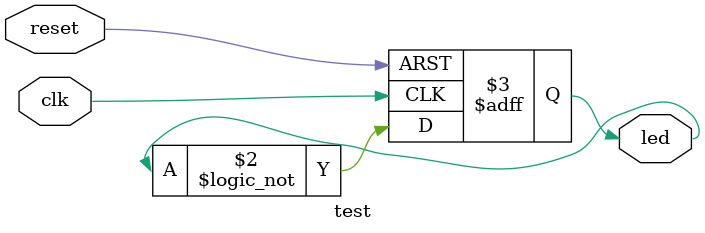
<source format=v>
module test (clk, reset,
             led);

	input clk, reset;
	output led;
        reg led;

        always @(posedge clk or posedge reset)
                if (reset)
                        led <= 0;
                else
                        led <= !led;
endmodule

</source>
